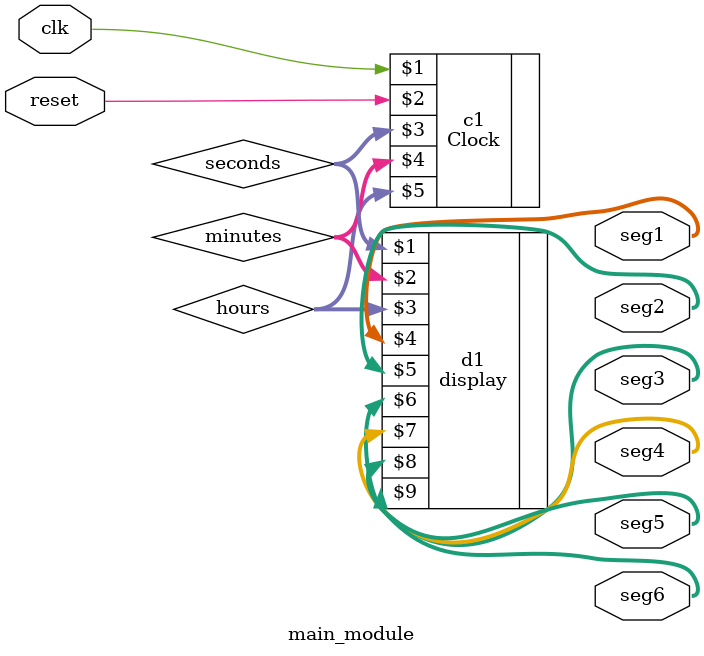
<source format=v>
`include "clock.v"
`include "display.v"
module main_module (
    input wire clk,
    input wire reset,
    output wire [6:0] seg1, seg2, seg3, seg4, seg5, seg6
);

wire [6:0]seconds;
wire [5:0]minutes;
wire [4:0]hours;

Clock c1(clk, reset, seconds, minutes, hours);
display d1(seconds, minutes, hours, seg1, seg2, seg3, seg4, seg5, seg6);

endmodule
</source>
